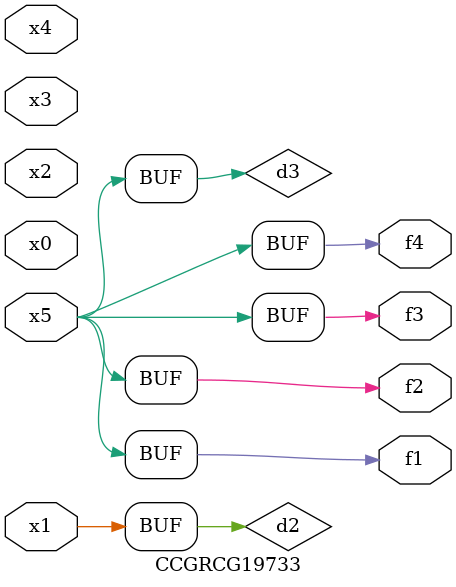
<source format=v>
module CCGRCG19733(
	input x0, x1, x2, x3, x4, x5,
	output f1, f2, f3, f4
);

	wire d1, d2, d3;

	not (d1, x5);
	or (d2, x1);
	xnor (d3, d1);
	assign f1 = d3;
	assign f2 = d3;
	assign f3 = d3;
	assign f4 = d3;
endmodule

</source>
